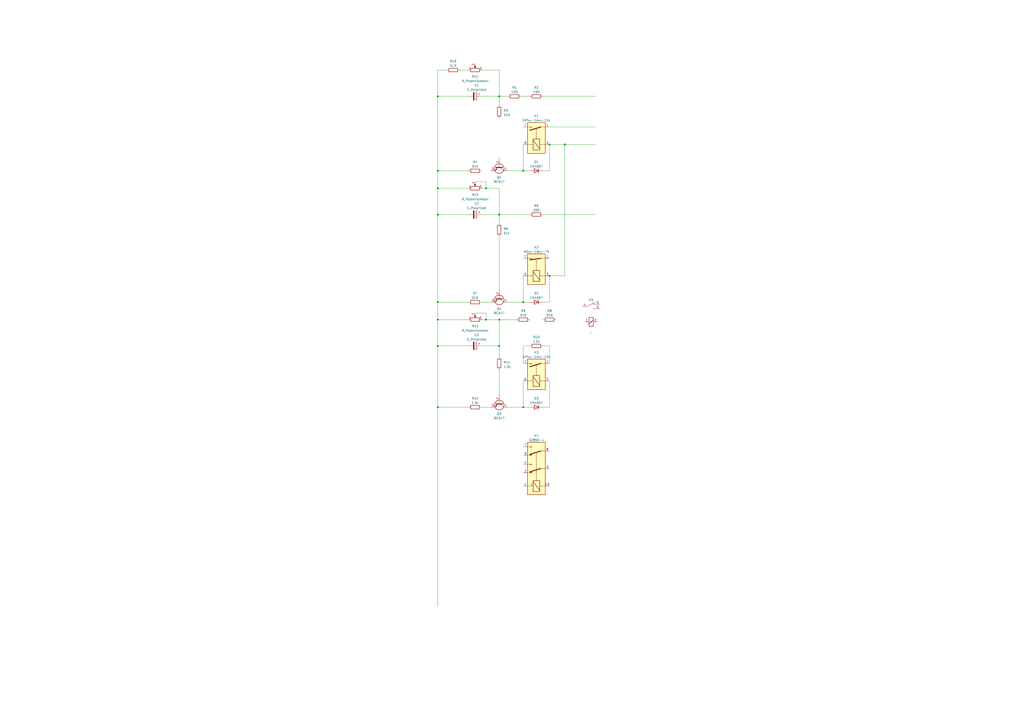
<source format=kicad_sch>
(kicad_sch (version 20230121) (generator eeschema)

  (uuid 14cce501-34b4-4682-adc8-4e3ecd09d69c)

  (paper "A2")

  (lib_symbols
    (symbol "Device:C_Polarized" (pin_numbers hide) (pin_names (offset 0.254)) (in_bom yes) (on_board yes)
      (property "Reference" "C" (at 0.635 2.54 0)
        (effects (font (size 1.27 1.27)) (justify left))
      )
      (property "Value" "C_Polarized" (at 0.635 -2.54 0)
        (effects (font (size 1.27 1.27)) (justify left))
      )
      (property "Footprint" "" (at 0.9652 -3.81 0)
        (effects (font (size 1.27 1.27)) hide)
      )
      (property "Datasheet" "~" (at 0 0 0)
        (effects (font (size 1.27 1.27)) hide)
      )
      (property "ki_keywords" "cap capacitor" (at 0 0 0)
        (effects (font (size 1.27 1.27)) hide)
      )
      (property "ki_description" "Polarized capacitor" (at 0 0 0)
        (effects (font (size 1.27 1.27)) hide)
      )
      (property "ki_fp_filters" "CP_*" (at 0 0 0)
        (effects (font (size 1.27 1.27)) hide)
      )
      (symbol "C_Polarized_0_1"
        (rectangle (start -2.286 0.508) (end 2.286 1.016)
          (stroke (width 0) (type default))
          (fill (type none))
        )
        (polyline
          (pts
            (xy -1.778 2.286)
            (xy -0.762 2.286)
          )
          (stroke (width 0) (type default))
          (fill (type none))
        )
        (polyline
          (pts
            (xy -1.27 2.794)
            (xy -1.27 1.778)
          )
          (stroke (width 0) (type default))
          (fill (type none))
        )
        (rectangle (start 2.286 -0.508) (end -2.286 -1.016)
          (stroke (width 0) (type default))
          (fill (type outline))
        )
      )
      (symbol "C_Polarized_1_1"
        (pin passive line (at 0 3.81 270) (length 2.794)
          (name "~" (effects (font (size 1.27 1.27))))
          (number "1" (effects (font (size 1.27 1.27))))
        )
        (pin passive line (at 0 -3.81 90) (length 2.794)
          (name "~" (effects (font (size 1.27 1.27))))
          (number "2" (effects (font (size 1.27 1.27))))
        )
      )
    )
    (symbol "Device:R" (pin_numbers hide) (pin_names (offset 0)) (in_bom yes) (on_board yes)
      (property "Reference" "R" (at 2.032 0 90)
        (effects (font (size 1.27 1.27)))
      )
      (property "Value" "R" (at 0 0 90)
        (effects (font (size 1.27 1.27)))
      )
      (property "Footprint" "" (at -1.778 0 90)
        (effects (font (size 1.27 1.27)) hide)
      )
      (property "Datasheet" "~" (at 0 0 0)
        (effects (font (size 1.27 1.27)) hide)
      )
      (property "ki_keywords" "R res resistor" (at 0 0 0)
        (effects (font (size 1.27 1.27)) hide)
      )
      (property "ki_description" "Resistor" (at 0 0 0)
        (effects (font (size 1.27 1.27)) hide)
      )
      (property "ki_fp_filters" "R_*" (at 0 0 0)
        (effects (font (size 1.27 1.27)) hide)
      )
      (symbol "R_0_1"
        (rectangle (start -1.016 -2.54) (end 1.016 2.54)
          (stroke (width 0.254) (type default))
          (fill (type none))
        )
      )
      (symbol "R_1_1"
        (pin passive line (at 0 3.81 270) (length 1.27)
          (name "~" (effects (font (size 1.27 1.27))))
          (number "1" (effects (font (size 1.27 1.27))))
        )
        (pin passive line (at 0 -3.81 90) (length 1.27)
          (name "~" (effects (font (size 1.27 1.27))))
          (number "2" (effects (font (size 1.27 1.27))))
        )
      )
    )
    (symbol "Device:R_Potentiometer" (pin_names (offset 1.016) hide) (in_bom yes) (on_board yes)
      (property "Reference" "RV" (at -4.445 0 90)
        (effects (font (size 1.27 1.27)))
      )
      (property "Value" "R_Potentiometer" (at -2.54 0 90)
        (effects (font (size 1.27 1.27)))
      )
      (property "Footprint" "" (at 0 0 0)
        (effects (font (size 1.27 1.27)) hide)
      )
      (property "Datasheet" "~" (at 0 0 0)
        (effects (font (size 1.27 1.27)) hide)
      )
      (property "ki_keywords" "resistor variable" (at 0 0 0)
        (effects (font (size 1.27 1.27)) hide)
      )
      (property "ki_description" "Potentiometer" (at 0 0 0)
        (effects (font (size 1.27 1.27)) hide)
      )
      (property "ki_fp_filters" "Potentiometer*" (at 0 0 0)
        (effects (font (size 1.27 1.27)) hide)
      )
      (symbol "R_Potentiometer_0_1"
        (polyline
          (pts
            (xy 2.54 0)
            (xy 1.524 0)
          )
          (stroke (width 0) (type default))
          (fill (type none))
        )
        (polyline
          (pts
            (xy 1.143 0)
            (xy 2.286 0.508)
            (xy 2.286 -0.508)
            (xy 1.143 0)
          )
          (stroke (width 0) (type default))
          (fill (type outline))
        )
        (rectangle (start 1.016 2.54) (end -1.016 -2.54)
          (stroke (width 0.254) (type default))
          (fill (type none))
        )
      )
      (symbol "R_Potentiometer_1_1"
        (pin passive line (at 0 3.81 270) (length 1.27)
          (name "1" (effects (font (size 1.27 1.27))))
          (number "1" (effects (font (size 1.27 1.27))))
        )
        (pin passive line (at 3.81 0 180) (length 1.27)
          (name "2" (effects (font (size 1.27 1.27))))
          (number "2" (effects (font (size 1.27 1.27))))
        )
        (pin passive line (at 0 -3.81 90) (length 1.27)
          (name "3" (effects (font (size 1.27 1.27))))
          (number "3" (effects (font (size 1.27 1.27))))
        )
      )
    )
    (symbol "Diode:1N4007" (pin_numbers hide) (pin_names hide) (in_bom yes) (on_board yes)
      (property "Reference" "D" (at 0 2.54 0)
        (effects (font (size 1.27 1.27)))
      )
      (property "Value" "1N4007" (at 0 -2.54 0)
        (effects (font (size 1.27 1.27)))
      )
      (property "Footprint" "Diode_THT:D_DO-41_SOD81_P10.16mm_Horizontal" (at 0 -4.445 0)
        (effects (font (size 1.27 1.27)) hide)
      )
      (property "Datasheet" "http://www.vishay.com/docs/88503/1n4001.pdf" (at 0 0 0)
        (effects (font (size 1.27 1.27)) hide)
      )
      (property "Sim.Device" "D" (at 0 0 0)
        (effects (font (size 1.27 1.27)) hide)
      )
      (property "Sim.Pins" "1=K 2=A" (at 0 0 0)
        (effects (font (size 1.27 1.27)) hide)
      )
      (property "ki_keywords" "diode" (at 0 0 0)
        (effects (font (size 1.27 1.27)) hide)
      )
      (property "ki_description" "1000V 1A General Purpose Rectifier Diode, DO-41" (at 0 0 0)
        (effects (font (size 1.27 1.27)) hide)
      )
      (property "ki_fp_filters" "D*DO?41*" (at 0 0 0)
        (effects (font (size 1.27 1.27)) hide)
      )
      (symbol "1N4007_0_1"
        (polyline
          (pts
            (xy -1.27 1.27)
            (xy -1.27 -1.27)
          )
          (stroke (width 0.254) (type default))
          (fill (type none))
        )
        (polyline
          (pts
            (xy 1.27 0)
            (xy -1.27 0)
          )
          (stroke (width 0) (type default))
          (fill (type none))
        )
        (polyline
          (pts
            (xy 1.27 1.27)
            (xy 1.27 -1.27)
            (xy -1.27 0)
            (xy 1.27 1.27)
          )
          (stroke (width 0.254) (type default))
          (fill (type none))
        )
      )
      (symbol "1N4007_1_1"
        (pin passive line (at -3.81 0 0) (length 2.54)
          (name "K" (effects (font (size 1.27 1.27))))
          (number "1" (effects (font (size 1.27 1.27))))
        )
        (pin passive line (at 3.81 0 180) (length 2.54)
          (name "A" (effects (font (size 1.27 1.27))))
          (number "2" (effects (font (size 1.27 1.27))))
        )
      )
    )
    (symbol "MSB:SPST" (in_bom yes) (on_board yes)
      (property "Reference" "K" (at 0 -5.08 0)
        (effects (font (size 1.27 1.27)))
      )
      (property "Value" "" (at 0 -6.35 0)
        (effects (font (size 1.27 1.27)))
      )
      (property "Footprint" "MSB:RM12SPDT" (at 0 -6.35 0)
        (effects (font (size 1.27 1.27)) hide)
      )
      (property "Datasheet" "" (at 0 -6.35 0)
        (effects (font (size 1.27 1.27)) hide)
      )
      (symbol "SPST_0_1"
        (rectangle (start -1.27 -2.54) (end 1.27 2.54)
          (stroke (width 0.254) (type default))
          (fill (type none))
        )
        (polyline
          (pts
            (xy -2.54 8.89)
            (xy 2.54 11.43)
          )
          (stroke (width 0) (type default))
          (fill (type none))
        )
        (polyline
          (pts
            (xy -1.27 -1.27)
            (xy 1.27 1.27)
          )
          (stroke (width 0.254) (type default))
          (fill (type none))
        )
        (polyline
          (pts
            (xy 2.54 10.16)
            (xy 1.27 10.16)
            (xy 1.27 11.43)
          )
          (stroke (width 0) (type default))
          (fill (type none))
        )
      )
      (symbol "SPST_1_1"
        (polyline
          (pts
            (xy 2.54 7.62)
            (xy 1.27 7.62)
          )
          (stroke (width 0) (type default))
          (fill (type none))
        )
        (pin passive line (at -3.81 0 0) (length 2.54)
          (name "-" (effects (font (size 1.27 1.27))))
          (number "1" (effects (font (size 1.27 1.27))))
        )
        (pin passive line (at 3.81 0 180) (length 2.54)
          (name "+" (effects (font (size 1.27 1.27))))
          (number "2" (effects (font (size 1.27 1.27))))
        )
        (pin bidirectional line (at 5.08 10.16 180) (length 2.54)
          (name "" (effects (font (size 1.27 1.27))))
          (number "3" (effects (font (size 1.27 1.27))))
        )
        (pin bidirectional line (at -5.08 8.89 0) (length 2.54)
          (name "" (effects (font (size 1.27 1.27))))
          (number "4" (effects (font (size 1.27 1.27))))
        )
        (pin bidirectional line (at 5.08 7.62 180) (length 2.54)
          (name "" (effects (font (size 1.27 1.27))))
          (number "5" (effects (font (size 1.27 1.27))))
        )
      )
    )
    (symbol "Relay:AZ850-x" (in_bom yes) (on_board yes)
      (property "Reference" "K" (at 16.51 3.81 0)
        (effects (font (size 1.27 1.27)) (justify left))
      )
      (property "Value" "AZ850-x" (at 16.51 1.27 0)
        (effects (font (size 1.27 1.27)) (justify left))
      )
      (property "Footprint" "Relay_THT:Relay_DPDT_FRT5" (at 13.97 1.27 0)
        (effects (font (size 1.27 1.27)) hide)
      )
      (property "Datasheet" "http://www.azettler.com/pdfs/az850.pdf" (at 0 0 0)
        (effects (font (size 1.27 1.27)) hide)
      )
      (property "ki_keywords" "Miniature Polarised Relay Dual Pole" (at 0 0 0)
        (effects (font (size 1.27 1.27)) hide)
      )
      (property "ki_description" "American Zettler, Microminiature Polarised Dual Pole Relay" (at 0 0 0)
        (effects (font (size 1.27 1.27)) hide)
      )
      (property "ki_fp_filters" "Relay*DPDT*FRT5*" (at 0 0 0)
        (effects (font (size 1.27 1.27)) hide)
      )
      (symbol "AZ850-x_0_0"
        (text "+" (at -9.271 2.921 0)
          (effects (font (size 1.27 1.27)))
        )
      )
      (symbol "AZ850-x_0_1"
        (rectangle (start -15.24 5.08) (end 15.24 -5.08)
          (stroke (width 0.254) (type default))
          (fill (type background))
        )
        (rectangle (start -13.335 1.905) (end -6.985 -1.905)
          (stroke (width 0.254) (type default))
          (fill (type none))
        )
        (polyline
          (pts
            (xy -12.7 -1.905)
            (xy -7.62 1.905)
          )
          (stroke (width 0.254) (type default))
          (fill (type none))
        )
        (polyline
          (pts
            (xy -10.16 -5.08)
            (xy -10.16 -1.905)
          )
          (stroke (width 0) (type default))
          (fill (type none))
        )
        (polyline
          (pts
            (xy -10.16 5.08)
            (xy -10.16 1.905)
          )
          (stroke (width 0) (type default))
          (fill (type none))
        )
        (polyline
          (pts
            (xy -6.985 0)
            (xy -6.35 0)
          )
          (stroke (width 0.254) (type default))
          (fill (type none))
        )
        (polyline
          (pts
            (xy -5.715 0)
            (xy -5.08 0)
          )
          (stroke (width 0.254) (type default))
          (fill (type none))
        )
        (polyline
          (pts
            (xy -4.445 0)
            (xy -3.81 0)
          )
          (stroke (width 0.254) (type default))
          (fill (type none))
        )
        (polyline
          (pts
            (xy -3.175 0)
            (xy -2.54 0)
          )
          (stroke (width 0.254) (type default))
          (fill (type none))
        )
        (polyline
          (pts
            (xy -1.905 0)
            (xy -1.27 0)
          )
          (stroke (width 0.254) (type default))
          (fill (type none))
        )
        (polyline
          (pts
            (xy -0.635 0)
            (xy 0 0)
          )
          (stroke (width 0.254) (type default))
          (fill (type none))
        )
        (polyline
          (pts
            (xy 0 -2.54)
            (xy -1.905 3.81)
          )
          (stroke (width 0.508) (type default))
          (fill (type none))
        )
        (polyline
          (pts
            (xy 0 -2.54)
            (xy 0 -5.08)
          )
          (stroke (width 0) (type default))
          (fill (type none))
        )
        (polyline
          (pts
            (xy 0.635 0)
            (xy 1.27 0)
          )
          (stroke (width 0.254) (type default))
          (fill (type none))
        )
        (polyline
          (pts
            (xy 1.905 0)
            (xy 2.54 0)
          )
          (stroke (width 0.254) (type default))
          (fill (type none))
        )
        (polyline
          (pts
            (xy 3.175 0)
            (xy 3.81 0)
          )
          (stroke (width 0.254) (type default))
          (fill (type none))
        )
        (polyline
          (pts
            (xy 4.445 0)
            (xy 5.08 0)
          )
          (stroke (width 0.254) (type default))
          (fill (type none))
        )
        (polyline
          (pts
            (xy 5.715 0)
            (xy 6.35 0)
          )
          (stroke (width 0.254) (type default))
          (fill (type none))
        )
        (polyline
          (pts
            (xy 6.985 0)
            (xy 7.62 0)
          )
          (stroke (width 0.254) (type default))
          (fill (type none))
        )
        (polyline
          (pts
            (xy 8.255 0)
            (xy 8.89 0)
          )
          (stroke (width 0.254) (type default))
          (fill (type none))
        )
        (polyline
          (pts
            (xy 10.16 -2.54)
            (xy 8.255 3.81)
          )
          (stroke (width 0.508) (type default))
          (fill (type none))
        )
        (polyline
          (pts
            (xy 10.16 -2.54)
            (xy 10.16 -5.08)
          )
          (stroke (width 0) (type default))
          (fill (type none))
        )
        (polyline
          (pts
            (xy -2.54 5.08)
            (xy -2.54 2.54)
            (xy -1.905 3.175)
            (xy -2.54 3.81)
          )
          (stroke (width 0) (type default))
          (fill (type outline))
        )
        (polyline
          (pts
            (xy 2.54 5.08)
            (xy 2.54 2.54)
            (xy 1.905 3.175)
            (xy 2.54 3.81)
          )
          (stroke (width 0) (type default))
          (fill (type none))
        )
        (polyline
          (pts
            (xy 7.62 5.08)
            (xy 7.62 2.54)
            (xy 8.255 3.175)
            (xy 7.62 3.81)
          )
          (stroke (width 0) (type default))
          (fill (type outline))
        )
        (polyline
          (pts
            (xy 12.7 5.08)
            (xy 12.7 2.54)
            (xy 12.065 3.175)
            (xy 12.7 3.81)
          )
          (stroke (width 0) (type default))
          (fill (type none))
        )
      )
      (symbol "AZ850-x_1_1"
        (pin passive line (at -10.16 7.62 270) (length 2.54)
          (name "~" (effects (font (size 1.27 1.27))))
          (number "1" (effects (font (size 1.27 1.27))))
        )
        (pin passive line (at -10.16 -7.62 90) (length 2.54)
          (name "~" (effects (font (size 1.27 1.27))))
          (number "10" (effects (font (size 1.27 1.27))))
        )
        (pin passive line (at -2.54 7.62 270) (length 2.54)
          (name "~" (effects (font (size 1.27 1.27))))
          (number "2" (effects (font (size 1.27 1.27))))
        )
        (pin passive line (at 0 -7.62 90) (length 2.54)
          (name "~" (effects (font (size 1.27 1.27))))
          (number "3" (effects (font (size 1.27 1.27))))
        )
        (pin passive line (at 2.54 7.62 270) (length 2.54)
          (name "~" (effects (font (size 1.27 1.27))))
          (number "4" (effects (font (size 1.27 1.27))))
        )
        (pin passive line (at 12.7 7.62 270) (length 2.54)
          (name "~" (effects (font (size 1.27 1.27))))
          (number "7" (effects (font (size 1.27 1.27))))
        )
        (pin passive line (at 10.16 -7.62 90) (length 2.54)
          (name "~" (effects (font (size 1.27 1.27))))
          (number "8" (effects (font (size 1.27 1.27))))
        )
        (pin passive line (at 7.62 7.62 270) (length 2.54)
          (name "~" (effects (font (size 1.27 1.27))))
          (number "9" (effects (font (size 1.27 1.27))))
        )
      )
    )
    (symbol "Relay:DIPxx-1Axx-12x" (in_bom yes) (on_board yes)
      (property "Reference" "K" (at 8.89 3.81 0)
        (effects (font (size 1.27 1.27)) (justify left))
      )
      (property "Value" "DIPxx-1Axx-12x" (at 8.89 1.27 0)
        (effects (font (size 1.27 1.27)) (justify left))
      )
      (property "Footprint" "Relay_THT:Relay_StandexMeder_DIP_LowProfile" (at 8.89 -1.27 0)
        (effects (font (size 1.27 1.27)) (justify left) hide)
      )
      (property "Datasheet" "https://standexelectronics.com/wp-content/uploads/datasheet_reed_relay_DIP.pdf" (at 0 0 0)
        (effects (font (size 1.27 1.27)) hide)
      )
      (property "ki_keywords" "Single Pole Reed Relay SPST" (at 0 0 0)
        (effects (font (size 1.27 1.27)) hide)
      )
      (property "ki_description" "Standex Meder DIP reed relay, SPST, Closing Contact" (at 0 0 0)
        (effects (font (size 1.27 1.27)) hide)
      )
      (property "ki_fp_filters" "Relay*StandexMeder*DIP*LowProfile*" (at 0 0 0)
        (effects (font (size 1.27 1.27)) hide)
      )
      (symbol "DIPxx-1Axx-12x_0_0"
        (polyline
          (pts
            (xy 5.08 5.08)
            (xy 5.08 2.54)
            (xy 4.445 3.175)
            (xy 5.08 3.81)
          )
          (stroke (width 0) (type default))
          (fill (type none))
        )
      )
      (symbol "DIPxx-1Axx-12x_0_1"
        (rectangle (start -10.16 5.08) (end 7.62 -5.08)
          (stroke (width 0.254) (type default))
          (fill (type background))
        )
        (rectangle (start -8.255 1.905) (end -1.905 -1.905)
          (stroke (width 0.254) (type default))
          (fill (type none))
        )
        (polyline
          (pts
            (xy -7.62 -1.905)
            (xy -2.54 1.905)
          )
          (stroke (width 0.254) (type default))
          (fill (type none))
        )
        (polyline
          (pts
            (xy -5.08 -5.08)
            (xy -5.08 -1.905)
          )
          (stroke (width 0) (type default))
          (fill (type none))
        )
        (polyline
          (pts
            (xy -5.08 5.08)
            (xy -5.08 1.905)
          )
          (stroke (width 0) (type default))
          (fill (type none))
        )
        (polyline
          (pts
            (xy -1.905 0)
            (xy -1.27 0)
          )
          (stroke (width 0.254) (type default))
          (fill (type none))
        )
        (polyline
          (pts
            (xy -0.635 0)
            (xy 0 0)
          )
          (stroke (width 0.254) (type default))
          (fill (type none))
        )
        (polyline
          (pts
            (xy 0.635 0)
            (xy 1.27 0)
          )
          (stroke (width 0.254) (type default))
          (fill (type none))
        )
        (polyline
          (pts
            (xy 1.905 0)
            (xy 2.54 0)
          )
          (stroke (width 0.254) (type default))
          (fill (type none))
        )
        (polyline
          (pts
            (xy 3.175 0)
            (xy 3.81 0)
          )
          (stroke (width 0.254) (type default))
          (fill (type none))
        )
        (polyline
          (pts
            (xy 5.08 -2.54)
            (xy 3.175 3.81)
          )
          (stroke (width 0.508) (type default))
          (fill (type none))
        )
        (polyline
          (pts
            (xy 5.08 -2.54)
            (xy 5.08 -5.08)
          )
          (stroke (width 0) (type default))
          (fill (type none))
        )
      )
      (symbol "DIPxx-1Axx-12x_1_1"
        (pin passive line (at 5.08 -7.62 90) (length 2.54)
          (name "~" (effects (font (size 1.27 1.27))))
          (number "1" (effects (font (size 1.27 1.27))))
        )
        (pin passive line (at -5.08 -7.62 90) (length 2.54) hide
          (name "~" (effects (font (size 1.27 1.27))))
          (number "13" (effects (font (size 1.27 1.27))))
        )
        (pin passive line (at 5.08 -7.62 90) (length 2.54) hide
          (name "~" (effects (font (size 1.27 1.27))))
          (number "14" (effects (font (size 1.27 1.27))))
        )
        (pin passive line (at -5.08 -7.62 90) (length 2.54)
          (name "~" (effects (font (size 1.27 1.27))))
          (number "2" (effects (font (size 1.27 1.27))))
        )
        (pin passive line (at -5.08 7.62 270) (length 2.54)
          (name "~" (effects (font (size 1.27 1.27))))
          (number "6" (effects (font (size 1.27 1.27))))
        )
        (pin passive line (at 5.08 7.62 270) (length 2.54)
          (name "~" (effects (font (size 1.27 1.27))))
          (number "7" (effects (font (size 1.27 1.27))))
        )
        (pin passive line (at 5.08 7.62 270) (length 2.54) hide
          (name "~" (effects (font (size 1.27 1.27))))
          (number "8" (effects (font (size 1.27 1.27))))
        )
      )
    )
    (symbol "Relay:MSxx-1Bxx-75" (in_bom yes) (on_board yes)
      (property "Reference" "K" (at 8.89 3.81 0)
        (effects (font (size 1.27 1.27)) (justify left))
      )
      (property "Value" "MSxx-1Bxx-75" (at 8.89 1.27 0)
        (effects (font (size 1.27 1.27)) (justify left))
      )
      (property "Footprint" "Relay_THT:Relay_SPST_StandexMeder_MS_Form1AB" (at 8.89 -1.27 0)
        (effects (font (size 1.27 1.27)) (justify left) hide)
      )
      (property "Datasheet" "https://standexelectronics.com/de/produkte/ms-reed-relais/" (at 0 0 0)
        (effects (font (size 1.27 1.27)) hide)
      )
      (property "ki_keywords" "Single Pole Reed Relay SPST" (at 0 0 0)
        (effects (font (size 1.27 1.27)) hide)
      )
      (property "ki_description" "Standex Meder MS reed relay, SPST, Opening Contact" (at 0 0 0)
        (effects (font (size 1.27 1.27)) hide)
      )
      (property "ki_fp_filters" "Relay*SPST*StandexMeder*MS*Form1AB*" (at 0 0 0)
        (effects (font (size 1.27 1.27)) hide)
      )
      (symbol "MSxx-1Bxx-75_0_0"
        (polyline
          (pts
            (xy 5.08 5.08)
            (xy 5.08 2.54)
            (xy 4.445 3.175)
            (xy 5.08 3.81)
          )
          (stroke (width 0) (type default))
          (fill (type none))
        )
      )
      (symbol "MSxx-1Bxx-75_0_1"
        (rectangle (start -10.16 5.08) (end 7.62 -5.08)
          (stroke (width 0.254) (type default))
          (fill (type background))
        )
        (rectangle (start -8.255 1.905) (end -1.905 -1.905)
          (stroke (width 0.254) (type default))
          (fill (type none))
        )
        (polyline
          (pts
            (xy -7.62 -1.905)
            (xy -2.54 1.905)
          )
          (stroke (width 0.254) (type default))
          (fill (type none))
        )
        (polyline
          (pts
            (xy -5.08 -5.08)
            (xy -5.08 -1.905)
          )
          (stroke (width 0) (type default))
          (fill (type none))
        )
        (polyline
          (pts
            (xy -5.08 5.08)
            (xy -5.08 1.905)
          )
          (stroke (width 0) (type default))
          (fill (type none))
        )
        (polyline
          (pts
            (xy -1.905 0)
            (xy -1.27 0)
          )
          (stroke (width 0.254) (type default))
          (fill (type none))
        )
        (polyline
          (pts
            (xy -0.635 0)
            (xy 0 0)
          )
          (stroke (width 0.254) (type default))
          (fill (type none))
        )
        (polyline
          (pts
            (xy 0.635 0)
            (xy 1.27 0)
          )
          (stroke (width 0.254) (type default))
          (fill (type none))
        )
        (polyline
          (pts
            (xy 1.905 0)
            (xy 2.54 0)
          )
          (stroke (width 0.254) (type default))
          (fill (type none))
        )
        (polyline
          (pts
            (xy 3.175 0)
            (xy 3.81 0)
          )
          (stroke (width 0.254) (type default))
          (fill (type none))
        )
        (polyline
          (pts
            (xy 5.08 -2.54)
            (xy 4.191 3.81)
          )
          (stroke (width 0.508) (type default))
          (fill (type none))
        )
        (polyline
          (pts
            (xy 5.08 -2.54)
            (xy 5.08 -5.08)
          )
          (stroke (width 0) (type default))
          (fill (type none))
        )
      )
      (symbol "MSxx-1Bxx-75_1_1"
        (pin passive line (at 5.08 -7.62 90) (length 2.54)
          (name "~" (effects (font (size 1.27 1.27))))
          (number "1" (effects (font (size 1.27 1.27))))
        )
        (pin passive line (at -5.08 -7.62 90) (length 2.54)
          (name "~" (effects (font (size 1.27 1.27))))
          (number "3" (effects (font (size 1.27 1.27))))
        )
        (pin passive line (at -5.08 7.62 270) (length 2.54)
          (name "~" (effects (font (size 1.27 1.27))))
          (number "5" (effects (font (size 1.27 1.27))))
        )
        (pin passive line (at 5.08 7.62 270) (length 2.54)
          (name "~" (effects (font (size 1.27 1.27))))
          (number "7" (effects (font (size 1.27 1.27))))
        )
      )
    )
    (symbol "Transistor_BJT:BC547" (pin_names (offset 0) hide) (in_bom yes) (on_board yes)
      (property "Reference" "Q" (at 5.08 1.905 0)
        (effects (font (size 1.27 1.27)) (justify left))
      )
      (property "Value" "BC547" (at 5.08 0 0)
        (effects (font (size 1.27 1.27)) (justify left))
      )
      (property "Footprint" "Package_TO_SOT_THT:TO-92_Inline" (at 5.08 -1.905 0)
        (effects (font (size 1.27 1.27) italic) (justify left) hide)
      )
      (property "Datasheet" "https://www.onsemi.com/pub/Collateral/BC550-D.pdf" (at 0 0 0)
        (effects (font (size 1.27 1.27)) (justify left) hide)
      )
      (property "ki_keywords" "NPN Transistor" (at 0 0 0)
        (effects (font (size 1.27 1.27)) hide)
      )
      (property "ki_description" "0.1A Ic, 45V Vce, Small Signal NPN Transistor, TO-92" (at 0 0 0)
        (effects (font (size 1.27 1.27)) hide)
      )
      (property "ki_fp_filters" "TO?92*" (at 0 0 0)
        (effects (font (size 1.27 1.27)) hide)
      )
      (symbol "BC547_0_1"
        (polyline
          (pts
            (xy 0 0)
            (xy 0.635 0)
          )
          (stroke (width 0) (type default))
          (fill (type none))
        )
        (polyline
          (pts
            (xy 0.635 0.635)
            (xy 2.54 2.54)
          )
          (stroke (width 0) (type default))
          (fill (type none))
        )
        (polyline
          (pts
            (xy 0.635 -0.635)
            (xy 2.54 -2.54)
            (xy 2.54 -2.54)
          )
          (stroke (width 0) (type default))
          (fill (type none))
        )
        (polyline
          (pts
            (xy 0.635 1.905)
            (xy 0.635 -1.905)
            (xy 0.635 -1.905)
          )
          (stroke (width 0.508) (type default))
          (fill (type none))
        )
        (polyline
          (pts
            (xy 1.27 -1.778)
            (xy 1.778 -1.27)
            (xy 2.286 -2.286)
            (xy 1.27 -1.778)
            (xy 1.27 -1.778)
          )
          (stroke (width 0) (type default))
          (fill (type outline))
        )
        (circle (center 1.27 0) (radius 2.8194)
          (stroke (width 0.254) (type default))
          (fill (type none))
        )
      )
      (symbol "BC547_1_1"
        (pin passive line (at 2.54 5.08 270) (length 2.54)
          (name "C" (effects (font (size 1.27 1.27))))
          (number "1" (effects (font (size 1.27 1.27))))
        )
        (pin input line (at -5.08 0 0) (length 5.08)
          (name "B" (effects (font (size 1.27 1.27))))
          (number "2" (effects (font (size 1.27 1.27))))
        )
        (pin passive line (at 2.54 -5.08 90) (length 2.54)
          (name "E" (effects (font (size 1.27 1.27))))
          (number "3" (effects (font (size 1.27 1.27))))
        )
      )
    )
  )

  (junction (at 254 185.42) (diameter 0) (color 0 0 0 0)
    (uuid 0665bab9-c00e-4eda-ae43-1e0a980a6dee)
  )
  (junction (at 254 99.06) (diameter 0) (color 0 0 0 0)
    (uuid 0a0e2a73-9dff-49ae-9a42-b3ea2acc7fe7)
  )
  (junction (at 318.77 83.82) (diameter 0) (color 0 0 0 0)
    (uuid 0fb8da73-2971-4498-b7be-51fabdf37654)
  )
  (junction (at 254 236.22) (diameter 0) (color 0 0 0 0)
    (uuid 2612f198-d689-47a7-ab56-ba72e392e4b8)
  )
  (junction (at 254 200.66) (diameter 0) (color 0 0 0 0)
    (uuid 43fe8269-8c61-4242-9089-4e40200cc56d)
  )
  (junction (at 289.56 55.88) (diameter 0) (color 0 0 0 0)
    (uuid 487ea422-ba74-439e-b76d-da2124c794a0)
  )
  (junction (at 303.53 175.26) (diameter 0) (color 0 0 0 0)
    (uuid 4f5d8089-e7b8-4969-bae5-4b4d27babdb4)
  )
  (junction (at 289.56 124.46) (diameter 0) (color 0 0 0 0)
    (uuid 7605a223-a866-48fb-a85a-cde723794426)
  )
  (junction (at 289.56 185.42) (diameter 0) (color 0 0 0 0)
    (uuid 7a6049e1-ddb5-4df4-af7f-42d787dd7d3f)
  )
  (junction (at 318.77 160.02) (diameter 0) (color 0 0 0 0)
    (uuid 7d8cdc35-5bca-4ec4-9f92-ec18dd5856ad)
  )
  (junction (at 254 55.88) (diameter 0) (color 0 0 0 0)
    (uuid 80067d61-1181-44ed-b736-4362cc4b27f6)
  )
  (junction (at 254 109.22) (diameter 0) (color 0 0 0 0)
    (uuid 861552ea-77c8-4d1a-994a-99c40f8058e7)
  )
  (junction (at 281.94 109.22) (diameter 0) (color 0 0 0 0)
    (uuid 980120e8-a739-488d-a5a1-5e4b611d38a4)
  )
  (junction (at 254 124.46) (diameter 0) (color 0 0 0 0)
    (uuid aba58247-061d-42d3-898e-e24f6e61f75d)
  )
  (junction (at 281.94 185.42) (diameter 0) (color 0 0 0 0)
    (uuid b3115b61-c897-4765-8dd2-e6cf947700e8)
  )
  (junction (at 289.56 200.66) (diameter 0) (color 0 0 0 0)
    (uuid e1b21ca6-7511-488b-a2d7-d9a47d1ee091)
  )
  (junction (at 327.66 83.82) (diameter 0) (color 0 0 0 0)
    (uuid e55ecd48-0df9-4d50-a417-a81aae00a9d7)
  )
  (junction (at 303.53 236.22) (diameter 0) (color 0 0 0 0)
    (uuid e625b271-e1b7-430a-8f4a-3ee1ddc2de2d)
  )
  (junction (at 254 175.26) (diameter 0) (color 0 0 0 0)
    (uuid f2cc91c0-05ac-459f-884a-301cf545d35f)
  )
  (junction (at 303.53 99.06) (diameter 0) (color 0 0 0 0)
    (uuid fa346b9b-82bc-44f4-9aeb-44e17f620581)
  )

  (wire (pts (xy 254 109.22) (xy 254 124.46))
    (stroke (width 0) (type default))
    (uuid 035c47c8-129a-465f-9540-50236e7f37ea)
  )
  (wire (pts (xy 289.56 55.88) (xy 294.64 55.88))
    (stroke (width 0) (type default))
    (uuid 0e782b98-d157-4927-8fcb-5ca8076f277d)
  )
  (wire (pts (xy 254 55.88) (xy 271.78 55.88))
    (stroke (width 0) (type default))
    (uuid 10567ff1-e788-4ab6-83d1-515df4e17f31)
  )
  (wire (pts (xy 279.4 40.64) (xy 289.56 40.64))
    (stroke (width 0) (type default))
    (uuid 10e9efc6-bb7f-40a2-9f21-2ab4f0d9522c)
  )
  (wire (pts (xy 318.77 236.22) (xy 314.96 236.22))
    (stroke (width 0) (type default))
    (uuid 112b98d5-6a91-44b4-98bd-27a0bdda8a12)
  )
  (wire (pts (xy 279.4 200.66) (xy 289.56 200.66))
    (stroke (width 0) (type default))
    (uuid 1576d726-6293-43c4-b46f-238ebb6f0d45)
  )
  (wire (pts (xy 275.59 181.61) (xy 281.94 181.61))
    (stroke (width 0) (type default))
    (uuid 1945cd20-54ef-41dd-8030-545738e5e87d)
  )
  (wire (pts (xy 279.4 175.26) (xy 284.48 175.26))
    (stroke (width 0) (type default))
    (uuid 2b565d76-038b-4c15-9033-a60bfc791f5f)
  )
  (wire (pts (xy 294.64 236.22) (xy 303.53 236.22))
    (stroke (width 0) (type default))
    (uuid 2e7e3d68-ec41-407b-8102-06168833b017)
  )
  (wire (pts (xy 281.94 109.22) (xy 289.56 109.22))
    (stroke (width 0) (type default))
    (uuid 322bb779-97fd-4afe-9af4-6341666d6bca)
  )
  (wire (pts (xy 318.77 83.82) (xy 327.66 83.82))
    (stroke (width 0) (type default))
    (uuid 33b379c4-e7a2-4f11-a700-270a0e893479)
  )
  (wire (pts (xy 254 99.06) (xy 271.78 99.06))
    (stroke (width 0) (type default))
    (uuid 3455f6f0-ba87-4a33-9a71-66ffb0b6812b)
  )
  (wire (pts (xy 318.77 220.98) (xy 318.77 236.22))
    (stroke (width 0) (type default))
    (uuid 34bdb963-d354-4aa9-85bf-c6802f2e65f1)
  )
  (wire (pts (xy 327.66 83.82) (xy 345.44 83.82))
    (stroke (width 0) (type default))
    (uuid 3af544d3-8b1f-4bfa-9dc7-b7d2d142b930)
  )
  (wire (pts (xy 318.77 160.02) (xy 327.66 160.02))
    (stroke (width 0) (type default))
    (uuid 416e5f32-c5fe-4eea-889c-98a5f6ab063d)
  )
  (wire (pts (xy 254 200.66) (xy 254 236.22))
    (stroke (width 0) (type default))
    (uuid 44bb009e-67f4-4e36-9906-9dced5d3a9bf)
  )
  (wire (pts (xy 271.78 200.66) (xy 254 200.66))
    (stroke (width 0) (type default))
    (uuid 47bccc42-9ac2-4c35-bdb4-8cc087ffebd7)
  )
  (wire (pts (xy 254 175.26) (xy 254 185.42))
    (stroke (width 0) (type default))
    (uuid 4cd81083-c954-4153-a2a0-c0f30474f001)
  )
  (wire (pts (xy 289.56 200.66) (xy 289.56 185.42))
    (stroke (width 0) (type default))
    (uuid 4e316f5a-7f97-460d-b4a6-0f0957862047)
  )
  (wire (pts (xy 289.56 109.22) (xy 289.56 124.46))
    (stroke (width 0) (type default))
    (uuid 4fbf3bd3-242d-4640-93fe-1ce705d4d1cd)
  )
  (wire (pts (xy 254 236.22) (xy 254 351.79))
    (stroke (width 0) (type default))
    (uuid 59d2ed2b-72b1-496d-92e5-99103d0a75ca)
  )
  (wire (pts (xy 281.94 185.42) (xy 289.56 185.42))
    (stroke (width 0) (type default))
    (uuid 5b3b2daa-f11e-49aa-9488-6bd6ecd88307)
  )
  (wire (pts (xy 271.78 124.46) (xy 254 124.46))
    (stroke (width 0) (type default))
    (uuid 5b693a13-c4a4-4791-a4dc-5c2958fd65d0)
  )
  (wire (pts (xy 294.64 99.06) (xy 303.53 99.06))
    (stroke (width 0) (type default))
    (uuid 5c535cd1-4233-4ef5-8015-30133c49fd25)
  )
  (wire (pts (xy 303.53 83.82) (xy 303.53 99.06))
    (stroke (width 0) (type default))
    (uuid 5d714757-7fba-4393-be89-3fec193d73b3)
  )
  (wire (pts (xy 254 124.46) (xy 254 175.26))
    (stroke (width 0) (type default))
    (uuid 600688c7-c982-49ef-a723-370043c953bd)
  )
  (wire (pts (xy 307.34 200.66) (xy 303.53 200.66))
    (stroke (width 0) (type default))
    (uuid 6036c54f-224b-4c0f-a6c7-ce773fb89d03)
  )
  (wire (pts (xy 303.53 175.26) (xy 303.53 160.02))
    (stroke (width 0) (type default))
    (uuid 66c29a9e-db59-49a0-a112-5daa38cd0529)
  )
  (wire (pts (xy 318.77 175.26) (xy 318.77 160.02))
    (stroke (width 0) (type default))
    (uuid 67136fb4-59f3-49c9-a4fe-c018bfa60601)
  )
  (wire (pts (xy 254 236.22) (xy 271.78 236.22))
    (stroke (width 0) (type default))
    (uuid 671e35b9-bc12-40fa-9e2b-660cc82d6ebc)
  )
  (wire (pts (xy 318.77 200.66) (xy 318.77 210.82))
    (stroke (width 0) (type default))
    (uuid 69859d2c-c41f-4381-88cd-e2680c5dfd14)
  )
  (wire (pts (xy 289.56 55.88) (xy 289.56 60.96))
    (stroke (width 0) (type default))
    (uuid 6c901f34-aac3-44f2-ae27-09d537720164)
  )
  (wire (pts (xy 279.4 124.46) (xy 289.56 124.46))
    (stroke (width 0) (type default))
    (uuid 71c8e219-4327-4508-9e12-3f2bde9e619b)
  )
  (wire (pts (xy 254 99.06) (xy 254 109.22))
    (stroke (width 0) (type default))
    (uuid 72d31ef9-dbe9-4e31-8f8c-a5139747816f)
  )
  (wire (pts (xy 275.59 105.41) (xy 281.94 105.41))
    (stroke (width 0) (type default))
    (uuid 75abdab3-b961-4c10-992a-f7988eae53b8)
  )
  (wire (pts (xy 254 109.22) (xy 271.78 109.22))
    (stroke (width 0) (type default))
    (uuid 80b76c38-3d9e-4642-b194-cb148ed6f452)
  )
  (wire (pts (xy 307.34 236.22) (xy 303.53 236.22))
    (stroke (width 0) (type default))
    (uuid 812b92e4-6420-4b0d-92f0-2cd94ce48de1)
  )
  (wire (pts (xy 289.56 40.64) (xy 289.56 55.88))
    (stroke (width 0) (type default))
    (uuid 87a26ffc-fda9-4a40-8385-62a755a2bf69)
  )
  (wire (pts (xy 289.56 124.46) (xy 289.56 129.54))
    (stroke (width 0) (type default))
    (uuid 8ae8a428-c2bd-4a25-861d-b8967faffd16)
  )
  (wire (pts (xy 289.56 185.42) (xy 299.72 185.42))
    (stroke (width 0) (type default))
    (uuid 8bf78eb8-96a5-4415-a2bd-7edd3c05f301)
  )
  (wire (pts (xy 289.56 124.46) (xy 307.34 124.46))
    (stroke (width 0) (type default))
    (uuid 8da9f526-fda4-47f4-8ea0-5f3f903b2d68)
  )
  (wire (pts (xy 307.34 175.26) (xy 303.53 175.26))
    (stroke (width 0) (type default))
    (uuid 8e676724-c85e-489f-8eab-6103998ff1e3)
  )
  (wire (pts (xy 314.96 175.26) (xy 318.77 175.26))
    (stroke (width 0) (type default))
    (uuid 96df3333-c87d-4097-bf7b-fce0ae163ba9)
  )
  (wire (pts (xy 279.4 236.22) (xy 284.48 236.22))
    (stroke (width 0) (type default))
    (uuid 98cb48ae-42fb-4556-9895-a6d5f6614b83)
  )
  (wire (pts (xy 302.26 55.88) (xy 307.34 55.88))
    (stroke (width 0) (type default))
    (uuid 9a2e62af-78a7-455d-bbb0-bf55657574ef)
  )
  (wire (pts (xy 303.53 220.98) (xy 303.53 236.22))
    (stroke (width 0) (type default))
    (uuid 9af63310-9bfe-473f-93e8-41b31a2a9a0a)
  )
  (wire (pts (xy 279.4 55.88) (xy 289.56 55.88))
    (stroke (width 0) (type default))
    (uuid 9b59e57f-131d-49a7-82e6-b60aeca105f9)
  )
  (wire (pts (xy 259.08 40.64) (xy 254 40.64))
    (stroke (width 0) (type default))
    (uuid a2d9934e-fa40-49b9-b6d3-aefb18f6a92b)
  )
  (wire (pts (xy 279.4 109.22) (xy 281.94 109.22))
    (stroke (width 0) (type default))
    (uuid aad21721-cb94-4744-ac46-56fde48eadd9)
  )
  (wire (pts (xy 279.4 185.42) (xy 281.94 185.42))
    (stroke (width 0) (type default))
    (uuid b03c65f0-b724-4fc0-be1e-a8b30bc0b6e2)
  )
  (wire (pts (xy 314.96 200.66) (xy 318.77 200.66))
    (stroke (width 0) (type default))
    (uuid b22f0556-db36-4c67-a72d-69c97b666fb7)
  )
  (wire (pts (xy 254 175.26) (xy 271.78 175.26))
    (stroke (width 0) (type default))
    (uuid b70971cd-c1f2-4b91-b33b-7a97528b14f5)
  )
  (wire (pts (xy 318.77 73.66) (xy 345.44 73.66))
    (stroke (width 0) (type default))
    (uuid bdf587db-e3cd-4fea-9d52-8f9783ec3611)
  )
  (wire (pts (xy 289.56 137.16) (xy 289.56 167.64))
    (stroke (width 0) (type default))
    (uuid c4421a28-bf1d-4e33-88c3-e5ce1ad32189)
  )
  (wire (pts (xy 318.77 83.82) (xy 318.77 99.06))
    (stroke (width 0) (type default))
    (uuid c618b239-82fe-405a-aed2-dd68a1750570)
  )
  (wire (pts (xy 254 185.42) (xy 271.78 185.42))
    (stroke (width 0) (type default))
    (uuid c6acdc87-6a72-48c3-a6b5-247d1e3f8c65)
  )
  (wire (pts (xy 281.94 105.41) (xy 281.94 109.22))
    (stroke (width 0) (type default))
    (uuid c7c81422-d482-4f3a-96bc-0864c80b6422)
  )
  (wire (pts (xy 294.64 175.26) (xy 303.53 175.26))
    (stroke (width 0) (type default))
    (uuid caa56786-8d9a-4082-9c96-c9251d2d8c15)
  )
  (wire (pts (xy 303.53 200.66) (xy 303.53 210.82))
    (stroke (width 0) (type default))
    (uuid ce35c2e6-d7a9-4a5e-8e60-0b7c915a52a0)
  )
  (wire (pts (xy 327.66 83.82) (xy 327.66 160.02))
    (stroke (width 0) (type default))
    (uuid d4117988-601d-4f5b-a9b9-23cff32ced45)
  )
  (wire (pts (xy 254 55.88) (xy 254 99.06))
    (stroke (width 0) (type default))
    (uuid d66be54b-032f-44fd-a172-d9f1562427c3)
  )
  (wire (pts (xy 318.77 99.06) (xy 314.96 99.06))
    (stroke (width 0) (type default))
    (uuid e2c05adb-d688-48f3-b997-6d3be2598267)
  )
  (wire (pts (xy 289.56 200.66) (xy 289.56 207.01))
    (stroke (width 0) (type default))
    (uuid e97ae8e3-85c3-4492-9123-6edd1e09115f)
  )
  (wire (pts (xy 303.53 99.06) (xy 307.34 99.06))
    (stroke (width 0) (type default))
    (uuid ecaaa55f-7c0f-49a4-89c6-7454256442e5)
  )
  (wire (pts (xy 281.94 181.61) (xy 281.94 185.42))
    (stroke (width 0) (type default))
    (uuid ed028aab-ace5-4ed1-a7ca-0b223918a0c9)
  )
  (wire (pts (xy 314.96 55.88) (xy 345.44 55.88))
    (stroke (width 0) (type default))
    (uuid eec56f94-1135-4da0-ae4d-f8757a6be917)
  )
  (wire (pts (xy 254 40.64) (xy 254 55.88))
    (stroke (width 0) (type default))
    (uuid efdc8836-fed3-4ba6-a844-9aa610a74dc4)
  )
  (wire (pts (xy 289.56 214.63) (xy 289.56 228.6))
    (stroke (width 0) (type default))
    (uuid f1bc82d3-91f7-409e-821a-4dda382edd31)
  )
  (wire (pts (xy 254 185.42) (xy 254 200.66))
    (stroke (width 0) (type default))
    (uuid f323490d-855e-49ca-80f3-2a66464c8656)
  )
  (wire (pts (xy 314.96 124.46) (xy 345.44 124.46))
    (stroke (width 0) (type default))
    (uuid f5acb9e5-199c-4f81-9b8e-3de786a07c40)
  )
  (wire (pts (xy 266.7 40.64) (xy 271.78 40.64))
    (stroke (width 0) (type default))
    (uuid fecc1fcb-719f-4335-a88e-dfde23753196)
  )

  (symbol (lib_id "Relay:DIPxx-1Axx-12x") (at 311.15 78.74 90) (unit 1)
    (in_bom yes) (on_board yes) (dnp no) (fields_autoplaced)
    (uuid 152b3489-04d2-465c-8708-24f6a46fe9cf)
    (property "Reference" "K1" (at 311.15 67.31 90)
      (effects (font (size 1.27 1.27)))
    )
    (property "Value" "DIPxx-1Axx-12x" (at 311.15 69.85 90)
      (effects (font (size 1.27 1.27)))
    )
    (property "Footprint" "Relay_THT:Relay_StandexMeder_DIP_LowProfile" (at 312.42 69.85 0)
      (effects (font (size 1.27 1.27)) (justify left) hide)
    )
    (property "Datasheet" "https://standexelectronics.com/wp-content/uploads/datasheet_reed_relay_DIP.pdf" (at 311.15 78.74 0)
      (effects (font (size 1.27 1.27)) hide)
    )
    (pin "1" (uuid dff8cc6b-0d12-4d27-b0a8-39385c08844a))
    (pin "13" (uuid b9adfeb9-d43f-436f-a70f-0f01d2ad824a))
    (pin "14" (uuid 53da09dc-895a-4a95-b43a-a0369207a22d))
    (pin "2" (uuid dd11b0f4-2b3e-495f-847c-d70ebf7dbcd8))
    (pin "6" (uuid 2885c080-b99d-4009-9bda-772322bedf26))
    (pin "7" (uuid af12e913-048d-4806-bed6-bcfd52e0821f))
    (pin "8" (uuid 74e7158f-9d06-4b6c-b2f3-a22e36154cb8))
    (instances
      (project "PłytkaDlaMaćka"
        (path "/14cce501-34b4-4682-adc8-4e3ecd09d69c"
          (reference "K1") (unit 1)
        )
      )
    )
  )

  (symbol (lib_id "Device:R") (at 303.53 185.42 90) (unit 1)
    (in_bom yes) (on_board yes) (dnp no) (fields_autoplaced)
    (uuid 174b477f-523e-4f06-8dbb-40bad5ffa71b)
    (property "Reference" "R9" (at 303.53 180.34 90)
      (effects (font (size 1.27 1.27)))
    )
    (property "Value" "510" (at 303.53 182.88 90)
      (effects (font (size 1.27 1.27)))
    )
    (property "Footprint" "" (at 303.53 187.198 90)
      (effects (font (size 1.27 1.27)) hide)
    )
    (property "Datasheet" "~" (at 303.53 185.42 0)
      (effects (font (size 1.27 1.27)) hide)
    )
    (pin "1" (uuid e70c5a43-59ca-45fb-9498-3995bcc6af42))
    (pin "2" (uuid b968a05f-2d64-4579-abe5-cf2cc57dcade))
    (instances
      (project "PłytkaDlaMaćka"
        (path "/14cce501-34b4-4682-adc8-4e3ecd09d69c"
          (reference "R9") (unit 1)
        )
      )
    )
  )

  (symbol (lib_id "Device:R") (at 275.59 99.06 270) (unit 1)
    (in_bom yes) (on_board yes) (dnp no) (fields_autoplaced)
    (uuid 1a73016d-ff2e-46d5-b32f-d36183675bb2)
    (property "Reference" "R4" (at 275.59 93.98 90)
      (effects (font (size 1.27 1.27)))
    )
    (property "Value" "510" (at 275.59 96.52 90)
      (effects (font (size 1.27 1.27)))
    )
    (property "Footprint" "Resistor_THT:R_Axial_DIN0207_L6.3mm_D2.5mm_P10.16mm_Horizontal" (at 275.59 97.282 90)
      (effects (font (size 1.27 1.27)) hide)
    )
    (property "Datasheet" "~" (at 275.59 99.06 0)
      (effects (font (size 1.27 1.27)) hide)
    )
    (pin "1" (uuid d06285ac-2b1e-41dc-b855-b93c23fd81bf))
    (pin "2" (uuid bc5a8cec-4d42-438e-a6f9-ccc5f6eb6fb4))
    (instances
      (project "PłytkaDlaMaćka"
        (path "/14cce501-34b4-4682-adc8-4e3ecd09d69c"
          (reference "R4") (unit 1)
        )
      )
    )
  )

  (symbol (lib_id "Device:R") (at 318.77 185.42 90) (unit 1)
    (in_bom yes) (on_board yes) (dnp no) (fields_autoplaced)
    (uuid 1dfe0512-3db2-4bd5-aa1c-59e08cf47fec)
    (property "Reference" "R8" (at 318.77 180.34 90)
      (effects (font (size 1.27 1.27)))
    )
    (property "Value" "510" (at 318.77 182.88 90)
      (effects (font (size 1.27 1.27)))
    )
    (property "Footprint" "" (at 318.77 187.198 90)
      (effects (font (size 1.27 1.27)) hide)
    )
    (property "Datasheet" "~" (at 318.77 185.42 0)
      (effects (font (size 1.27 1.27)) hide)
    )
    (pin "1" (uuid ae59e0ea-c867-4cd6-be9d-3c408eb413bc))
    (pin "2" (uuid e4d11e52-b6ab-41e5-9648-682f479459a3))
    (instances
      (project "PłytkaDlaMaćka"
        (path "/14cce501-34b4-4682-adc8-4e3ecd09d69c"
          (reference "R8") (unit 1)
        )
      )
    )
  )

  (symbol (lib_id "Device:R") (at 311.15 124.46 270) (unit 1)
    (in_bom yes) (on_board yes) (dnp no) (fields_autoplaced)
    (uuid 219288b5-ac53-42ac-8567-2e93eacd5fa9)
    (property "Reference" "R5" (at 311.15 119.38 90)
      (effects (font (size 1.27 1.27)))
    )
    (property "Value" "200" (at 311.15 121.92 90)
      (effects (font (size 1.27 1.27)))
    )
    (property "Footprint" "" (at 311.15 122.682 90)
      (effects (font (size 1.27 1.27)) hide)
    )
    (property "Datasheet" "~" (at 311.15 124.46 0)
      (effects (font (size 1.27 1.27)) hide)
    )
    (pin "1" (uuid d1d79122-a0d9-4e7c-8bb9-d71f55379367))
    (pin "2" (uuid 62649b89-e194-44c2-b6c6-171e7f40bdcf))
    (instances
      (project "PłytkaDlaMaćka"
        (path "/14cce501-34b4-4682-adc8-4e3ecd09d69c"
          (reference "R5") (unit 1)
        )
      )
    )
  )

  (symbol (lib_id "Device:R_Potentiometer") (at 275.59 40.64 90) (unit 1)
    (in_bom yes) (on_board yes) (dnp no) (fields_autoplaced)
    (uuid 2459f360-5b73-4aee-87d7-0ff2c8309262)
    (property "Reference" "RV1" (at 275.59 44.45 90)
      (effects (font (size 1.27 1.27)))
    )
    (property "Value" "R_Potentiometer" (at 275.59 46.99 90)
      (effects (font (size 1.27 1.27)))
    )
    (property "Footprint" "" (at 275.59 40.64 0)
      (effects (font (size 1.27 1.27)) hide)
    )
    (property "Datasheet" "~" (at 275.59 40.64 0)
      (effects (font (size 1.27 1.27)) hide)
    )
    (pin "1" (uuid 9120abc3-405a-469f-9c98-5855a3f1d8fc))
    (pin "2" (uuid d1ff277d-1146-49ca-8a43-f6b3da13d116))
    (pin "3" (uuid 3e83f226-580d-4f78-a2a5-b9650629d54c))
    (instances
      (project "PłytkaDlaMaćka"
        (path "/14cce501-34b4-4682-adc8-4e3ecd09d69c"
          (reference "RV1") (unit 1)
        )
      )
    )
  )

  (symbol (lib_id "Device:C_Polarized") (at 275.59 55.88 270) (unit 1)
    (in_bom yes) (on_board yes) (dnp no) (fields_autoplaced)
    (uuid 31715aa3-48cb-4ec0-9ec7-db16c33a443e)
    (property "Reference" "C1" (at 276.479 49.53 90)
      (effects (font (size 1.27 1.27)))
    )
    (property "Value" "C_Polarized" (at 276.479 52.07 90)
      (effects (font (size 1.27 1.27)))
    )
    (property "Footprint" "" (at 271.78 56.8452 0)
      (effects (font (size 1.27 1.27)) hide)
    )
    (property "Datasheet" "~" (at 275.59 55.88 0)
      (effects (font (size 1.27 1.27)) hide)
    )
    (pin "1" (uuid 0b2769f6-946b-4af9-92a4-7ae7b7d9ed33))
    (pin "2" (uuid 9bdacf2c-f9cb-4cf9-a5ab-6ceceac3c34e))
    (instances
      (project "PłytkaDlaMaćka"
        (path "/14cce501-34b4-4682-adc8-4e3ecd09d69c"
          (reference "C1") (unit 1)
        )
      )
    )
  )

  (symbol (lib_id "Relay:DIPxx-1Axx-12x") (at 311.15 215.9 90) (unit 1)
    (in_bom yes) (on_board yes) (dnp no) (fields_autoplaced)
    (uuid 3c694ec7-1635-4469-b50b-b88181bb503b)
    (property "Reference" "K3" (at 311.15 204.47 90)
      (effects (font (size 1.27 1.27)))
    )
    (property "Value" "DIPxx-1Axx-12x" (at 311.15 207.01 90)
      (effects (font (size 1.27 1.27)))
    )
    (property "Footprint" "Relay_THT:Relay_StandexMeder_DIP_LowProfile" (at 312.42 207.01 0)
      (effects (font (size 1.27 1.27)) (justify left) hide)
    )
    (property "Datasheet" "https://standexelectronics.com/wp-content/uploads/datasheet_reed_relay_DIP.pdf" (at 311.15 215.9 0)
      (effects (font (size 1.27 1.27)) hide)
    )
    (pin "1" (uuid 19ddf58e-5f9c-426a-92e4-d95425404e25))
    (pin "13" (uuid 57f26124-6fae-4547-ab72-ded46e63bb56))
    (pin "14" (uuid 0f87c4ea-d832-41b7-8d08-1825fb13ec4e))
    (pin "2" (uuid 54659b2f-19c4-4ec1-b397-5a03721edc07))
    (pin "6" (uuid cf329b42-0f55-4b2d-a51f-793780dc88c5))
    (pin "7" (uuid a515fba3-5fce-44b4-b489-70537827f622))
    (pin "8" (uuid e57a5cf4-c910-4b62-9f7b-cb503d565c65))
    (instances
      (project "PłytkaDlaMaćka"
        (path "/14cce501-34b4-4682-adc8-4e3ecd09d69c"
          (reference "K3") (unit 1)
        )
      )
    )
  )

  (symbol (lib_id "Transistor_BJT:BC547") (at 289.56 172.72 270) (unit 1)
    (in_bom yes) (on_board yes) (dnp no) (fields_autoplaced)
    (uuid 54fefc16-81da-4f1f-a169-cb0050fcc483)
    (property "Reference" "Q2" (at 289.56 179.07 90)
      (effects (font (size 1.27 1.27)))
    )
    (property "Value" "BC547" (at 289.56 181.61 90)
      (effects (font (size 1.27 1.27)))
    )
    (property "Footprint" "Package_TO_SOT_THT:TO-92_Inline" (at 287.655 177.8 0)
      (effects (font (size 1.27 1.27) italic) (justify left) hide)
    )
    (property "Datasheet" "https://www.onsemi.com/pub/Collateral/BC550-D.pdf" (at 289.56 172.72 0)
      (effects (font (size 1.27 1.27)) (justify left) hide)
    )
    (pin "1" (uuid afc7214a-0701-4961-8f6c-dc5b2a7ae1c4))
    (pin "2" (uuid 1b5e7f23-82fe-48ec-8e1a-d7c15dfe29c4))
    (pin "3" (uuid 3583e225-bfbd-4daf-9f45-315fce880d23))
    (instances
      (project "PłytkaDlaMaćka"
        (path "/14cce501-34b4-4682-adc8-4e3ecd09d69c"
          (reference "Q2") (unit 1)
        )
      )
    )
  )

  (symbol (lib_id "Diode:1N4007") (at 311.15 99.06 180) (unit 1)
    (in_bom yes) (on_board yes) (dnp no) (fields_autoplaced)
    (uuid 562cc6f5-65d2-427f-b312-b59c27f4006e)
    (property "Reference" "D1" (at 311.15 93.98 0)
      (effects (font (size 1.27 1.27)))
    )
    (property "Value" "1N4007" (at 311.15 96.52 0)
      (effects (font (size 1.27 1.27)))
    )
    (property "Footprint" "Diode_THT:D_DO-41_SOD81_P10.16mm_Horizontal" (at 311.15 94.615 0)
      (effects (font (size 1.27 1.27)) hide)
    )
    (property "Datasheet" "http://www.vishay.com/docs/88503/1n4001.pdf" (at 311.15 99.06 0)
      (effects (font (size 1.27 1.27)) hide)
    )
    (property "Sim.Device" "D" (at 311.15 99.06 0)
      (effects (font (size 1.27 1.27)) hide)
    )
    (property "Sim.Pins" "1=K 2=A" (at 311.15 99.06 0)
      (effects (font (size 1.27 1.27)) hide)
    )
    (pin "1" (uuid dff800da-5816-4cd6-b101-13f2b6126c80))
    (pin "2" (uuid 5c8eafc4-9b03-44bc-bbe3-50b05d5884ef))
    (instances
      (project "PłytkaDlaMaćka"
        (path "/14cce501-34b4-4682-adc8-4e3ecd09d69c"
          (reference "D1") (unit 1)
        )
      )
    )
  )

  (symbol (lib_id "Relay:AZ850-x") (at 311.15 271.78 90) (unit 1)
    (in_bom yes) (on_board yes) (dnp no) (fields_autoplaced)
    (uuid 58f7e7cb-94b2-43a2-873e-0cf82dcd7b2d)
    (property "Reference" "K4" (at 311.15 252.73 90)
      (effects (font (size 1.27 1.27)))
    )
    (property "Value" "AZ850-x" (at 311.15 255.27 90)
      (effects (font (size 1.27 1.27)))
    )
    (property "Footprint" "Relay_THT:Relay_DPDT_FRT5" (at 309.88 257.81 0)
      (effects (font (size 1.27 1.27)) hide)
    )
    (property "Datasheet" "http://www.azettler.com/pdfs/az850.pdf" (at 311.15 271.78 0)
      (effects (font (size 1.27 1.27)) hide)
    )
    (pin "1" (uuid f22a492d-0e23-427d-9b0a-85edca371766))
    (pin "10" (uuid 05249671-f42e-4f05-b559-65d25bc3d141))
    (pin "2" (uuid 227d5c45-c9b8-4f79-8e32-24a055376aa5))
    (pin "3" (uuid ee64b4a6-2254-4386-b624-11c1c16d6c91))
    (pin "4" (uuid 0bed8ed9-97cf-4019-90bb-d18a3f55c185))
    (pin "7" (uuid 9538145c-442a-4c83-b98a-1e906bb9b449))
    (pin "8" (uuid d17c6101-aaa5-4f7e-9b41-73ab6f79be66))
    (pin "9" (uuid 84441cd8-67e3-42c6-b3fd-3beb6322a736))
    (instances
      (project "PłytkaDlaMaćka"
        (path "/14cce501-34b4-4682-adc8-4e3ecd09d69c"
          (reference "K4") (unit 1)
        )
      )
    )
  )

  (symbol (lib_id "Device:R") (at 289.56 133.35 0) (unit 1)
    (in_bom yes) (on_board yes) (dnp no) (fields_autoplaced)
    (uuid 5cf1034a-c120-4b9d-9838-2353206f5263)
    (property "Reference" "R6" (at 292.1 132.715 0)
      (effects (font (size 1.27 1.27)) (justify left))
    )
    (property "Value" "51k" (at 292.1 135.255 0)
      (effects (font (size 1.27 1.27)) (justify left))
    )
    (property "Footprint" "" (at 287.782 133.35 90)
      (effects (font (size 1.27 1.27)) hide)
    )
    (property "Datasheet" "~" (at 289.56 133.35 0)
      (effects (font (size 1.27 1.27)) hide)
    )
    (pin "1" (uuid d0dbbb50-ba9c-43e8-bf5d-e92b1170a58b))
    (pin "2" (uuid 491a34f1-3091-46c4-a26c-288522dd0304))
    (instances
      (project "PłytkaDlaMaćka"
        (path "/14cce501-34b4-4682-adc8-4e3ecd09d69c"
          (reference "R6") (unit 1)
        )
      )
    )
  )

  (symbol (lib_id "Device:R") (at 275.59 236.22 90) (unit 1)
    (in_bom yes) (on_board yes) (dnp no) (fields_autoplaced)
    (uuid 6e6d010d-8bf1-4b75-a969-d8bdcecc2d17)
    (property "Reference" "R12" (at 275.59 231.14 90)
      (effects (font (size 1.27 1.27)))
    )
    (property "Value" "1,5k" (at 275.59 233.68 90)
      (effects (font (size 1.27 1.27)))
    )
    (property "Footprint" "" (at 275.59 237.998 90)
      (effects (font (size 1.27 1.27)) hide)
    )
    (property "Datasheet" "~" (at 275.59 236.22 0)
      (effects (font (size 1.27 1.27)) hide)
    )
    (pin "1" (uuid ad3c1a8b-6197-4d23-b151-034fdd1fb651))
    (pin "2" (uuid 5ca6209f-38bc-475a-8160-f80f7b838554))
    (instances
      (project "PłytkaDlaMaćka"
        (path "/14cce501-34b4-4682-adc8-4e3ecd09d69c"
          (reference "R12") (unit 1)
        )
      )
    )
  )

  (symbol (lib_id "Diode:1N4007") (at 311.15 175.26 180) (unit 1)
    (in_bom yes) (on_board yes) (dnp no) (fields_autoplaced)
    (uuid 77722fdf-01e1-4502-a177-7a78efd2be79)
    (property "Reference" "D2" (at 311.15 170.18 0)
      (effects (font (size 1.27 1.27)))
    )
    (property "Value" "1N4007" (at 311.15 172.72 0)
      (effects (font (size 1.27 1.27)))
    )
    (property "Footprint" "Diode_THT:D_DO-41_SOD81_P10.16mm_Horizontal" (at 311.15 170.815 0)
      (effects (font (size 1.27 1.27)) hide)
    )
    (property "Datasheet" "http://www.vishay.com/docs/88503/1n4001.pdf" (at 311.15 175.26 0)
      (effects (font (size 1.27 1.27)) hide)
    )
    (property "Sim.Device" "D" (at 311.15 175.26 0)
      (effects (font (size 1.27 1.27)) hide)
    )
    (property "Sim.Pins" "1=K 2=A" (at 311.15 175.26 0)
      (effects (font (size 1.27 1.27)) hide)
    )
    (pin "1" (uuid 3a54e171-c322-419e-92df-0cb035805b55))
    (pin "2" (uuid aa6ffe01-8005-41c4-bb0b-381b5b4decf7))
    (instances
      (project "PłytkaDlaMaćka"
        (path "/14cce501-34b4-4682-adc8-4e3ecd09d69c"
          (reference "D2") (unit 1)
        )
      )
    )
  )

  (symbol (lib_id "Diode:1N4007") (at 311.15 236.22 180) (unit 1)
    (in_bom yes) (on_board yes) (dnp no) (fields_autoplaced)
    (uuid 99ae448a-b98a-4aac-a848-28c70bb44f9b)
    (property "Reference" "D3" (at 311.15 231.14 0)
      (effects (font (size 1.27 1.27)))
    )
    (property "Value" "1N4007" (at 311.15 233.68 0)
      (effects (font (size 1.27 1.27)))
    )
    (property "Footprint" "Diode_THT:D_DO-41_SOD81_P10.16mm_Horizontal" (at 311.15 231.775 0)
      (effects (font (size 1.27 1.27)) hide)
    )
    (property "Datasheet" "http://www.vishay.com/docs/88503/1n4001.pdf" (at 311.15 236.22 0)
      (effects (font (size 1.27 1.27)) hide)
    )
    (property "Sim.Device" "D" (at 311.15 236.22 0)
      (effects (font (size 1.27 1.27)) hide)
    )
    (property "Sim.Pins" "1=K 2=A" (at 311.15 236.22 0)
      (effects (font (size 1.27 1.27)) hide)
    )
    (pin "1" (uuid 1b4b2b79-176c-4659-8236-e8a59645e981))
    (pin "2" (uuid f75786bc-7a61-466b-bfd7-39a97c1fecb0))
    (instances
      (project "PłytkaDlaMaćka"
        (path "/14cce501-34b4-4682-adc8-4e3ecd09d69c"
          (reference "D3") (unit 1)
        )
      )
    )
  )

  (symbol (lib_id "Relay:MSxx-1Bxx-75") (at 311.15 154.94 90) (unit 1)
    (in_bom yes) (on_board yes) (dnp no) (fields_autoplaced)
    (uuid a4a6dd2f-62a8-445c-a738-d2feb518ae71)
    (property "Reference" "K2" (at 311.15 143.51 90)
      (effects (font (size 1.27 1.27)))
    )
    (property "Value" "MSxx-1Bxx-75" (at 311.15 146.05 90)
      (effects (font (size 1.27 1.27)))
    )
    (property "Footprint" "Relay_THT:Relay_SPST_StandexMeder_MS_Form1AB" (at 312.42 146.05 0)
      (effects (font (size 1.27 1.27)) (justify left) hide)
    )
    (property "Datasheet" "https://standexelectronics.com/de/produkte/ms-reed-relais/" (at 311.15 154.94 0)
      (effects (font (size 1.27 1.27)) hide)
    )
    (pin "1" (uuid 40a8f4e8-b475-4a85-9191-c6ff35d48261))
    (pin "3" (uuid 8fe079d1-9d0a-40af-b34c-a4306a941d8b))
    (pin "5" (uuid 18469cab-4a5c-489c-a923-9c8486e4aef0))
    (pin "7" (uuid 2cc3f8c9-bcb5-48c9-bebe-3dbb79527d41))
    (instances
      (project "PłytkaDlaMaćka"
        (path "/14cce501-34b4-4682-adc8-4e3ecd09d69c"
          (reference "K2") (unit 1)
        )
      )
    )
  )

  (symbol (lib_id "Transistor_BJT:BC547") (at 289.56 96.52 270) (unit 1)
    (in_bom yes) (on_board yes) (dnp no) (fields_autoplaced)
    (uuid a7ecc44f-694d-43a7-a568-d308e167919d)
    (property "Reference" "Q1" (at 289.56 102.87 90)
      (effects (font (size 1.27 1.27)))
    )
    (property "Value" "BC547" (at 289.56 105.41 90)
      (effects (font (size 1.27 1.27)))
    )
    (property "Footprint" "Package_TO_SOT_THT:TO-92_Inline" (at 287.655 101.6 0)
      (effects (font (size 1.27 1.27) italic) (justify left) hide)
    )
    (property "Datasheet" "https://www.onsemi.com/pub/Collateral/BC550-D.pdf" (at 289.56 96.52 0)
      (effects (font (size 1.27 1.27)) (justify left) hide)
    )
    (pin "1" (uuid 13185d9f-f7fe-4780-ab33-6fca28acdeb7))
    (pin "2" (uuid a784d80c-01b2-4b29-a560-b5fdc9866ea6))
    (pin "3" (uuid f64d6d42-5926-4dc7-bcca-1a4d3fdfe2c8))
    (instances
      (project "PłytkaDlaMaćka"
        (path "/14cce501-34b4-4682-adc8-4e3ecd09d69c"
          (reference "Q1") (unit 1)
        )
      )
    )
  )

  (symbol (lib_id "Device:R") (at 311.15 55.88 90) (unit 1)
    (in_bom yes) (on_board yes) (dnp no) (fields_autoplaced)
    (uuid a8832c6a-6a13-4c49-89b9-28a7933356ac)
    (property "Reference" "R2" (at 311.15 50.8 90)
      (effects (font (size 1.27 1.27)))
    )
    (property "Value" "100" (at 311.15 53.34 90)
      (effects (font (size 1.27 1.27)))
    )
    (property "Footprint" "" (at 311.15 57.658 90)
      (effects (font (size 1.27 1.27)) hide)
    )
    (property "Datasheet" "~" (at 311.15 55.88 0)
      (effects (font (size 1.27 1.27)) hide)
    )
    (pin "1" (uuid 9d01d7e2-b56a-48f2-b415-2f4fc5a0bc9d))
    (pin "2" (uuid c4f5d7cf-afe2-4288-9aa4-56da2365405e))
    (instances
      (project "PłytkaDlaMaćka"
        (path "/14cce501-34b4-4682-adc8-4e3ecd09d69c"
          (reference "R2") (unit 1)
        )
      )
    )
  )

  (symbol (lib_id "Device:C_Polarized") (at 275.59 124.46 270) (unit 1)
    (in_bom yes) (on_board yes) (dnp no) (fields_autoplaced)
    (uuid aeeb886d-ff7d-41e1-84a5-c7a9064b72e9)
    (property "Reference" "C2" (at 276.479 118.11 90)
      (effects (font (size 1.27 1.27)))
    )
    (property "Value" "C_Polarized" (at 276.479 120.65 90)
      (effects (font (size 1.27 1.27)))
    )
    (property "Footprint" "" (at 271.78 125.4252 0)
      (effects (font (size 1.27 1.27)) hide)
    )
    (property "Datasheet" "~" (at 275.59 124.46 0)
      (effects (font (size 1.27 1.27)) hide)
    )
    (pin "1" (uuid 4a0bdc2e-e555-47ba-8690-9972d3aa092f))
    (pin "2" (uuid ee84d63a-2f47-4a63-adf4-e461d60549dc))
    (instances
      (project "PłytkaDlaMaćka"
        (path "/14cce501-34b4-4682-adc8-4e3ecd09d69c"
          (reference "C2") (unit 1)
        )
      )
    )
  )

  (symbol (lib_id "MSB:SPST") (at 342.9 186.69 0) (unit 1)
    (in_bom yes) (on_board yes) (dnp no) (fields_autoplaced)
    (uuid b5abdae9-7246-4d09-ad20-2dd6d38e73a1)
    (property "Reference" "K5" (at 342.9 173.99 0)
      (effects (font (size 1.27 1.27)))
    )
    (property "Value" "~" (at 342.9 193.04 0)
      (effects (font (size 1.27 1.27)))
    )
    (property "Footprint" "MSB:RM12SPDT" (at 342.9 193.04 0)
      (effects (font (size 1.27 1.27)) hide)
    )
    (property "Datasheet" "" (at 342.9 193.04 0)
      (effects (font (size 1.27 1.27)) hide)
    )
    (pin "1" (uuid 3074e929-dcf6-4b5a-8907-2097b40fd0f8))
    (pin "2" (uuid 52779fd5-ce11-45be-ad9b-15fa4b546b1a))
    (pin "3" (uuid 5473fa38-312a-4d75-aa29-e2939499c59d))
    (pin "4" (uuid 255e5a4c-aea9-4441-9c9e-9b59819ec94f))
    (pin "5" (uuid fab7ad6c-052c-4830-a112-1b1111009b4d))
    (instances
      (project "PłytkaDlaMaćka"
        (path "/14cce501-34b4-4682-adc8-4e3ecd09d69c"
          (reference "K5") (unit 1)
        )
      )
    )
  )

  (symbol (lib_id "Device:R") (at 298.45 55.88 90) (unit 1)
    (in_bom yes) (on_board yes) (dnp no) (fields_autoplaced)
    (uuid b810ca2a-19bf-4bc6-9364-58269a6b745d)
    (property "Reference" "R1" (at 298.45 50.8 90)
      (effects (font (size 1.27 1.27)))
    )
    (property "Value" "100" (at 298.45 53.34 90)
      (effects (font (size 1.27 1.27)))
    )
    (property "Footprint" "" (at 298.45 57.658 90)
      (effects (font (size 1.27 1.27)) hide)
    )
    (property "Datasheet" "~" (at 298.45 55.88 0)
      (effects (font (size 1.27 1.27)) hide)
    )
    (pin "1" (uuid 42ea0894-8ea6-4d19-853c-e66d70701c76))
    (pin "2" (uuid aab38b62-b7ae-470b-9f73-e3ac6a074f09))
    (instances
      (project "PłytkaDlaMaćka"
        (path "/14cce501-34b4-4682-adc8-4e3ecd09d69c"
          (reference "R1") (unit 1)
        )
      )
    )
  )

  (symbol (lib_id "Device:R") (at 262.89 40.64 90) (unit 1)
    (in_bom yes) (on_board yes) (dnp no) (fields_autoplaced)
    (uuid cc83d306-4ced-4068-8d2f-1aa2bbcd29f3)
    (property "Reference" "R19" (at 262.89 35.56 90)
      (effects (font (size 1.27 1.27)))
    )
    (property "Value" "N/A" (at 262.89 38.1 90)
      (effects (font (size 1.27 1.27)))
    )
    (property "Footprint" "" (at 262.89 42.418 90)
      (effects (font (size 1.27 1.27)) hide)
    )
    (property "Datasheet" "~" (at 262.89 40.64 0)
      (effects (font (size 1.27 1.27)) hide)
    )
    (pin "1" (uuid 84280b29-96ec-401e-ab7b-ab9dc08b54f1))
    (pin "2" (uuid e9c62dbd-8daf-4ae6-a4c1-684e40e9add1))
    (instances
      (project "PłytkaDlaMaćka"
        (path "/14cce501-34b4-4682-adc8-4e3ecd09d69c"
          (reference "R19") (unit 1)
        )
      )
    )
  )

  (symbol (lib_id "Device:R_Potentiometer") (at 275.59 109.22 90) (unit 1)
    (in_bom yes) (on_board yes) (dnp no) (fields_autoplaced)
    (uuid d37db18d-f560-4b78-a83c-94a475d978b9)
    (property "Reference" "RV2" (at 275.59 113.03 90)
      (effects (font (size 1.27 1.27)))
    )
    (property "Value" "R_Potentiometer" (at 275.59 115.57 90)
      (effects (font (size 1.27 1.27)))
    )
    (property "Footprint" "" (at 275.59 109.22 0)
      (effects (font (size 1.27 1.27)) hide)
    )
    (property "Datasheet" "~" (at 275.59 109.22 0)
      (effects (font (size 1.27 1.27)) hide)
    )
    (pin "1" (uuid 5b2a7720-7851-4c6c-9863-8fc16e241edc))
    (pin "2" (uuid b5f7f791-9546-4b75-ab87-bb23f78e809e))
    (pin "3" (uuid e49d8487-8b9a-4288-9f59-13287f984ff2))
    (instances
      (project "PłytkaDlaMaćka"
        (path "/14cce501-34b4-4682-adc8-4e3ecd09d69c"
          (reference "RV2") (unit 1)
        )
      )
    )
  )

  (symbol (lib_id "Device:R") (at 289.56 64.77 180) (unit 1)
    (in_bom yes) (on_board yes) (dnp no) (fields_autoplaced)
    (uuid d5e56f55-1f1a-4e29-bf56-eff9281e6335)
    (property "Reference" "R3" (at 292.1 64.135 0)
      (effects (font (size 1.27 1.27)) (justify right))
    )
    (property "Value" "510" (at 292.1 66.675 0)
      (effects (font (size 1.27 1.27)) (justify right))
    )
    (property "Footprint" "Resistor_THT:R_Axial_DIN0207_L6.3mm_D2.5mm_P10.16mm_Horizontal" (at 291.338 64.77 90)
      (effects (font (size 1.27 1.27)) hide)
    )
    (property "Datasheet" "~" (at 289.56 64.77 0)
      (effects (font (size 1.27 1.27)) hide)
    )
    (pin "1" (uuid 65ea78a2-12ac-4dc8-b914-52afe9c8548b))
    (pin "2" (uuid 3f55e0f7-333a-4563-a7ac-70ad4f5afe3b))
    (instances
      (project "PłytkaDlaMaćka"
        (path "/14cce501-34b4-4682-adc8-4e3ecd09d69c"
          (reference "R3") (unit 1)
        )
      )
    )
  )

  (symbol (lib_id "Device:C_Polarized") (at 275.59 200.66 270) (unit 1)
    (in_bom yes) (on_board yes) (dnp no) (fields_autoplaced)
    (uuid d8e14db0-e130-4ea3-926a-5b06f49cd4f9)
    (property "Reference" "C3" (at 276.479 194.31 90)
      (effects (font (size 1.27 1.27)))
    )
    (property "Value" "C_Polarized" (at 276.479 196.85 90)
      (effects (font (size 1.27 1.27)))
    )
    (property "Footprint" "" (at 271.78 201.6252 0)
      (effects (font (size 1.27 1.27)) hide)
    )
    (property "Datasheet" "~" (at 275.59 200.66 0)
      (effects (font (size 1.27 1.27)) hide)
    )
    (pin "1" (uuid d544e2d4-7990-49a6-b219-43101c63db58))
    (pin "2" (uuid 61176d1c-e9d4-4321-ad5d-b09bd8010675))
    (instances
      (project "PłytkaDlaMaćka"
        (path "/14cce501-34b4-4682-adc8-4e3ecd09d69c"
          (reference "C3") (unit 1)
        )
      )
    )
  )

  (symbol (lib_id "Device:R") (at 289.56 210.82 0) (unit 1)
    (in_bom yes) (on_board yes) (dnp no) (fields_autoplaced)
    (uuid de17a134-fec0-4565-be08-1fda65d6c91c)
    (property "Reference" "R11" (at 292.1 210.185 0)
      (effects (font (size 1.27 1.27)) (justify left))
    )
    (property "Value" "1,5k" (at 292.1 212.725 0)
      (effects (font (size 1.27 1.27)) (justify left))
    )
    (property "Footprint" "" (at 287.782 210.82 90)
      (effects (font (size 1.27 1.27)) hide)
    )
    (property "Datasheet" "~" (at 289.56 210.82 0)
      (effects (font (size 1.27 1.27)) hide)
    )
    (pin "1" (uuid 5b9ee745-70ba-4848-80d6-58f2de946440))
    (pin "2" (uuid 7236d4ba-a296-4093-826c-21e962cfde13))
    (instances
      (project "PłytkaDlaMaćka"
        (path "/14cce501-34b4-4682-adc8-4e3ecd09d69c"
          (reference "R11") (unit 1)
        )
      )
    )
  )

  (symbol (lib_id "Transistor_BJT:BC547") (at 289.56 233.68 270) (unit 1)
    (in_bom yes) (on_board yes) (dnp no) (fields_autoplaced)
    (uuid e20d41b2-cac1-4945-a2f5-26d32ff9335e)
    (property "Reference" "Q3" (at 289.56 240.03 90)
      (effects (font (size 1.27 1.27)))
    )
    (property "Value" "BC547" (at 289.56 242.57 90)
      (effects (font (size 1.27 1.27)))
    )
    (property "Footprint" "Package_TO_SOT_THT:TO-92_Inline" (at 287.655 238.76 0)
      (effects (font (size 1.27 1.27) italic) (justify left) hide)
    )
    (property "Datasheet" "https://www.onsemi.com/pub/Collateral/BC550-D.pdf" (at 289.56 233.68 0)
      (effects (font (size 1.27 1.27)) (justify left) hide)
    )
    (pin "1" (uuid 2d85da19-6bb2-4dcb-891b-a6664bcf3047))
    (pin "2" (uuid afe928da-3654-4c54-ba11-882d1685eb28))
    (pin "3" (uuid 5386d921-01b9-4d3b-bd63-62d938f62469))
    (instances
      (project "PłytkaDlaMaćka"
        (path "/14cce501-34b4-4682-adc8-4e3ecd09d69c"
          (reference "Q3") (unit 1)
        )
      )
    )
  )

  (symbol (lib_id "Device:R") (at 311.15 200.66 90) (unit 1)
    (in_bom yes) (on_board yes) (dnp no) (fields_autoplaced)
    (uuid e452b085-f656-4396-9b5e-6dd41c417422)
    (property "Reference" "R10" (at 311.15 195.58 90)
      (effects (font (size 1.27 1.27)))
    )
    (property "Value" "1,5k" (at 311.15 198.12 90)
      (effects (font (size 1.27 1.27)))
    )
    (property "Footprint" "" (at 311.15 202.438 90)
      (effects (font (size 1.27 1.27)) hide)
    )
    (property "Datasheet" "~" (at 311.15 200.66 0)
      (effects (font (size 1.27 1.27)) hide)
    )
    (pin "1" (uuid 0a7d3e71-9a8c-4304-9ab5-06fdc40b063c))
    (pin "2" (uuid e4137c76-ea6d-46e2-b11a-f7391a1e5407))
    (instances
      (project "PłytkaDlaMaćka"
        (path "/14cce501-34b4-4682-adc8-4e3ecd09d69c"
          (reference "R10") (unit 1)
        )
      )
    )
  )

  (symbol (lib_id "Device:R") (at 275.59 175.26 90) (unit 1)
    (in_bom yes) (on_board yes) (dnp no) (fields_autoplaced)
    (uuid f5bf7280-6993-44a9-b1e3-e5d7d05f8566)
    (property "Reference" "R7" (at 275.59 170.18 90)
      (effects (font (size 1.27 1.27)))
    )
    (property "Value" "510" (at 275.59 172.72 90)
      (effects (font (size 1.27 1.27)))
    )
    (property "Footprint" "" (at 275.59 177.038 90)
      (effects (font (size 1.27 1.27)) hide)
    )
    (property "Datasheet" "~" (at 275.59 175.26 0)
      (effects (font (size 1.27 1.27)) hide)
    )
    (pin "1" (uuid 56dde3e8-37f3-4d83-9d81-2d91cca0752f))
    (pin "2" (uuid eb1132af-47a6-4e7e-84e1-39a37492cccf))
    (instances
      (project "PłytkaDlaMaćka"
        (path "/14cce501-34b4-4682-adc8-4e3ecd09d69c"
          (reference "R7") (unit 1)
        )
      )
    )
  )

  (symbol (lib_id "Device:R_Potentiometer") (at 275.59 185.42 90) (unit 1)
    (in_bom yes) (on_board yes) (dnp no) (fields_autoplaced)
    (uuid f666239e-49e4-4030-a0d7-e06d3afa1391)
    (property "Reference" "RV3" (at 275.59 189.23 90)
      (effects (font (size 1.27 1.27)))
    )
    (property "Value" "R_Potentiometer" (at 275.59 191.77 90)
      (effects (font (size 1.27 1.27)))
    )
    (property "Footprint" "" (at 275.59 185.42 0)
      (effects (font (size 1.27 1.27)) hide)
    )
    (property "Datasheet" "~" (at 275.59 185.42 0)
      (effects (font (size 1.27 1.27)) hide)
    )
    (pin "1" (uuid 9ffdb9a0-768b-4a7d-897a-9ff4793a7135))
    (pin "2" (uuid 8c908d80-f655-407e-8e19-79e240ade772))
    (pin "3" (uuid 53e8d879-b2a3-4fe2-83d3-5918980d2c6a))
    (instances
      (project "PłytkaDlaMaćka"
        (path "/14cce501-34b4-4682-adc8-4e3ecd09d69c"
          (reference "RV3") (unit 1)
        )
      )
    )
  )

  (sheet_instances
    (path "/" (page "1"))
  )
)

</source>
